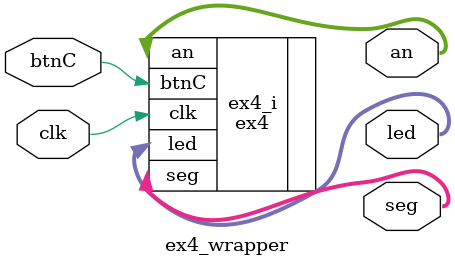
<source format=v>
`timescale 1 ps / 1 ps

module ex4_wrapper
   (an,
    btnC,
    clk,
    led,
    seg);
  output [7:0]an;
  input btnC;
  input clk;
  output [15:0]led;
  output [6:0]seg;

  wire [7:0]an;
  wire btnC;
  wire clk;
  wire [15:0]led;
  wire [6:0]seg;

  ex4 ex4_i
       (.an(an),
        .btnC(btnC),
        .clk(clk),
        .led(led),
        .seg(seg));
endmodule

</source>
